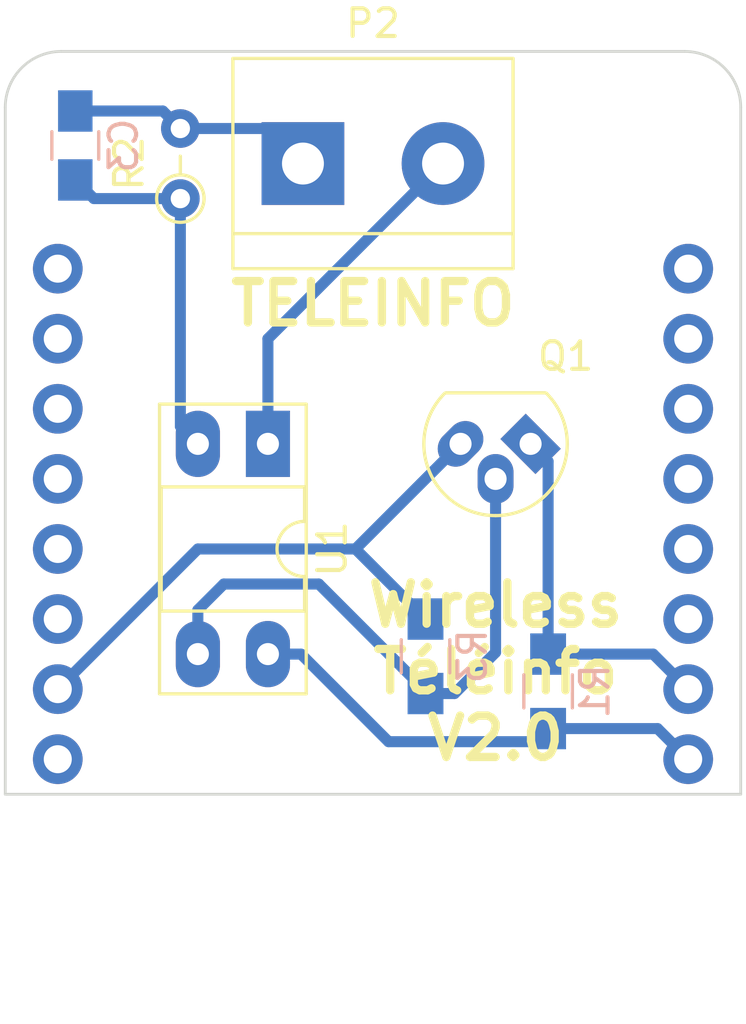
<source format=kicad_pcb>
(kicad_pcb (version 20171130) (host pcbnew "(5.0.0)")

  (general
    (thickness 1.6)
    (drawings 12)
    (tracks 32)
    (zones 0)
    (modules 8)
    (nets 8)
  )

  (page A4)
  (layers
    (0 F.Cu signal)
    (31 B.Cu signal)
    (32 B.Adhes user)
    (33 F.Adhes user)
    (34 B.Paste user)
    (35 F.Paste user)
    (36 B.SilkS user)
    (37 F.SilkS user)
    (38 B.Mask user)
    (39 F.Mask user)
    (40 Dwgs.User user)
    (41 Cmts.User user)
    (42 Eco1.User user)
    (43 Eco2.User user)
    (44 Edge.Cuts user)
    (45 Margin user)
    (46 B.CrtYd user hide)
    (47 F.CrtYd user hide)
    (48 B.Fab user)
    (49 F.Fab user hide)
  )

  (setup
    (last_trace_width 0.4)
    (trace_clearance 0.2)
    (zone_clearance 0.508)
    (zone_45_only no)
    (trace_min 0.2)
    (segment_width 0.2)
    (edge_width 0.1)
    (via_size 0.7)
    (via_drill 0.4)
    (via_min_size 0.4)
    (via_min_drill 0.3)
    (uvia_size 0.762)
    (uvia_drill 0.508)
    (uvias_allowed no)
    (uvia_min_size 0.2)
    (uvia_min_drill 0.1)
    (pcb_text_width 0.3)
    (pcb_text_size 1.5 1.5)
    (mod_edge_width 0.15)
    (mod_text_size 1 1)
    (mod_text_width 0.15)
    (pad_size 1.5 1.5)
    (pad_drill 0.6)
    (pad_to_mask_clearance 0)
    (aux_axis_origin 0 0)
    (visible_elements 7FFFFFFF)
    (pcbplotparams
      (layerselection 0x010fc_ffffffff)
      (usegerberextensions false)
      (usegerberattributes false)
      (usegerberadvancedattributes false)
      (creategerberjobfile false)
      (excludeedgelayer true)
      (linewidth 0.100000)
      (plotframeref false)
      (viasonmask false)
      (mode 1)
      (useauxorigin false)
      (hpglpennumber 1)
      (hpglpenspeed 20)
      (hpglpendiameter 15.000000)
      (psnegative false)
      (psa4output false)
      (plotreference true)
      (plotvalue true)
      (plotinvisibletext false)
      (padsonsilk false)
      (subtractmaskfromsilk false)
      (outputformat 1)
      (mirror false)
      (drillshape 1)
      (scaleselection 1)
      (outputdirectory ""))
  )

  (net 0 "")
  (net 1 "Net-(C3-Pad2)")
  (net 2 "Net-(C3-Pad1)")
  (net 3 "Net-(P2-Pad2)")
  (net 4 GND)
  (net 5 "Net-(Q1-Pad1)")
  (net 6 "Net-(Q1-Pad2)")
  (net 7 VCC)

  (net_class Default "This is the default net class."
    (clearance 0.2)
    (trace_width 0.4)
    (via_dia 0.7)
    (via_drill 0.4)
    (uvia_dia 0.762)
    (uvia_drill 0.508)
    (add_net GND)
    (add_net "Net-(C3-Pad1)")
    (add_net "Net-(C3-Pad2)")
    (add_net "Net-(P2-Pad2)")
    (add_net "Net-(Q1-Pad1)")
    (add_net "Net-(Q1-Pad2)")
    (add_net VCC)
  )

  (module Capacitors_SMD:C_0805_HandSoldering (layer B.Cu) (tedit 58AA84A8) (tstamp 5C04445B)
    (at 25.4 27.285 90)
    (descr "Capacitor SMD 0805, hand soldering")
    (tags "capacitor 0805")
    (path /57F2D32D)
    (attr smd)
    (fp_text reference C3 (at 0 1.75 90) (layer B.SilkS)
      (effects (font (size 1 1) (thickness 0.15)) (justify mirror))
    )
    (fp_text value 3.3nF (at 0 -1.75 90) (layer B.Fab)
      (effects (font (size 1 1) (thickness 0.15)) (justify mirror))
    )
    (fp_line (start 2.25 -0.87) (end -2.25 -0.87) (layer B.CrtYd) (width 0.05))
    (fp_line (start 2.25 -0.87) (end 2.25 0.88) (layer B.CrtYd) (width 0.05))
    (fp_line (start -2.25 0.88) (end -2.25 -0.87) (layer B.CrtYd) (width 0.05))
    (fp_line (start -2.25 0.88) (end 2.25 0.88) (layer B.CrtYd) (width 0.05))
    (fp_line (start -0.5 -0.85) (end 0.5 -0.85) (layer B.SilkS) (width 0.12))
    (fp_line (start 0.5 0.85) (end -0.5 0.85) (layer B.SilkS) (width 0.12))
    (fp_line (start -1 0.62) (end 1 0.62) (layer B.Fab) (width 0.1))
    (fp_line (start 1 0.62) (end 1 -0.62) (layer B.Fab) (width 0.1))
    (fp_line (start 1 -0.62) (end -1 -0.62) (layer B.Fab) (width 0.1))
    (fp_line (start -1 -0.62) (end -1 0.62) (layer B.Fab) (width 0.1))
    (fp_text user %R (at 0 1.75 90) (layer B.Fab)
      (effects (font (size 1 1) (thickness 0.15)) (justify mirror))
    )
    (pad 2 smd rect (at 1.25 0 90) (size 1.5 1.25) (layers B.Cu B.Paste B.Mask)
      (net 1 "Net-(C3-Pad2)"))
    (pad 1 smd rect (at -1.25 0 90) (size 1.5 1.25) (layers B.Cu B.Paste B.Mask)
      (net 2 "Net-(C3-Pad1)"))
    (model Capacitors_SMD.3dshapes/C_0805.wrl
      (at (xyz 0 0 0))
      (scale (xyz 1 1 1))
      (rotate (xyz 0 0 0))
    )
  )

  (module Terminal_Blocks:TerminalBlock_bornier-2_P5.08mm (layer F.Cu) (tedit 59FF03AB) (tstamp 5C044470)
    (at 33.655 27.94)
    (descr "simple 2-pin terminal block, pitch 5.08mm, revamped version of bornier2")
    (tags "terminal block bornier2")
    (path /57F2D328)
    (fp_text reference P2 (at 2.54 -5.08) (layer F.SilkS)
      (effects (font (size 1 1) (thickness 0.15)))
    )
    (fp_text value TeleInfo (at 2.54 5.08) (layer F.Fab)
      (effects (font (size 1 1) (thickness 0.15)))
    )
    (fp_line (start 7.79 4) (end -2.71 4) (layer F.CrtYd) (width 0.05))
    (fp_line (start 7.79 4) (end 7.79 -4) (layer F.CrtYd) (width 0.05))
    (fp_line (start -2.71 -4) (end -2.71 4) (layer F.CrtYd) (width 0.05))
    (fp_line (start -2.71 -4) (end 7.79 -4) (layer F.CrtYd) (width 0.05))
    (fp_line (start -2.54 3.81) (end 7.62 3.81) (layer F.SilkS) (width 0.12))
    (fp_line (start -2.54 -3.81) (end -2.54 3.81) (layer F.SilkS) (width 0.12))
    (fp_line (start 7.62 -3.81) (end -2.54 -3.81) (layer F.SilkS) (width 0.12))
    (fp_line (start 7.62 3.81) (end 7.62 -3.81) (layer F.SilkS) (width 0.12))
    (fp_line (start 7.62 2.54) (end -2.54 2.54) (layer F.SilkS) (width 0.12))
    (fp_line (start 7.54 -3.75) (end -2.46 -3.75) (layer F.Fab) (width 0.1))
    (fp_line (start 7.54 3.75) (end 7.54 -3.75) (layer F.Fab) (width 0.1))
    (fp_line (start -2.46 3.75) (end 7.54 3.75) (layer F.Fab) (width 0.1))
    (fp_line (start -2.46 -3.75) (end -2.46 3.75) (layer F.Fab) (width 0.1))
    (fp_line (start -2.41 2.55) (end 7.49 2.55) (layer F.Fab) (width 0.1))
    (fp_text user %R (at 2.54 0) (layer F.Fab)
      (effects (font (size 1 1) (thickness 0.15)))
    )
    (pad 2 thru_hole circle (at 5.08 0) (size 3 3) (drill 1.52) (layers *.Cu *.Mask)
      (net 3 "Net-(P2-Pad2)"))
    (pad 1 thru_hole rect (at 0 0) (size 3 3) (drill 1.52) (layers *.Cu *.Mask)
      (net 1 "Net-(C3-Pad2)"))
    (model ${KISYS3DMOD}/Terminal_Blocks.3dshapes/TerminalBlock_bornier-2_P5.08mm.wrl
      (offset (xyz 2.539999961853027 0 0))
      (scale (xyz 1 1 1))
      (rotate (xyz 0 0 0))
    )
  )

  (module TO_SOT_Packages_THT:TO-92_Molded_Narrow_Oval (layer F.Cu) (tedit 58CE52AF) (tstamp 5C044482)
    (at 41.91 38.1 180)
    (descr "TO-92 leads molded, narrow, oval pads, drill 0.8mm (see NXP sot054_po.pdf)")
    (tags "to-92 sc-43 sc-43a sot54 PA33 transistor")
    (path /57F2D32A)
    (fp_text reference Q1 (at -1.27 3.175 180) (layer F.SilkS)
      (effects (font (size 1 1) (thickness 0.15)))
    )
    (fp_text value BS170 (at 0 3) (layer F.Fab)
      (effects (font (size 1 1) (thickness 0.15)))
    )
    (fp_arc (start 1.27 0) (end 1.27 -2.6) (angle 135) (layer F.SilkS) (width 0.12))
    (fp_arc (start 1.27 0) (end 1.27 -2.48) (angle -135) (layer F.Fab) (width 0.1))
    (fp_arc (start 1.27 0) (end 1.27 -2.6) (angle -135) (layer F.SilkS) (width 0.12))
    (fp_arc (start 1.27 0) (end 1.27 -2.48) (angle 135) (layer F.Fab) (width 0.1))
    (fp_line (start 4 2.01) (end -1.46 2.01) (layer F.CrtYd) (width 0.05))
    (fp_line (start 4 2.01) (end 4 -2.73) (layer F.CrtYd) (width 0.05))
    (fp_line (start -1.46 -2.73) (end -1.46 2.01) (layer F.CrtYd) (width 0.05))
    (fp_line (start -1.46 -2.73) (end 4 -2.73) (layer F.CrtYd) (width 0.05))
    (fp_line (start -0.5 1.75) (end 3 1.75) (layer F.Fab) (width 0.1))
    (fp_line (start -0.53 1.85) (end 3.07 1.85) (layer F.SilkS) (width 0.12))
    (fp_text user %R (at 0 -4 180) (layer F.Fab)
      (effects (font (size 1 1) (thickness 0.15)))
    )
    (pad 3 thru_hole oval (at 2.54 0 225) (size 1.8 1.3) (drill 0.8) (layers *.Cu *.Mask)
      (net 4 GND))
    (pad 1 thru_hole rect (at 0 0 225) (size 1.3 1.8) (drill 0.8) (layers *.Cu *.Mask)
      (net 5 "Net-(Q1-Pad1)"))
    (pad 2 thru_hole oval (at 1.27 -1.27 270) (size 1.8 1.3) (drill 0.8) (layers *.Cu *.Mask)
      (net 6 "Net-(Q1-Pad2)"))
    (model ${KISYS3DMOD}/TO_SOT_Packages_THT.3dshapes/TO-92_Molded_Narrow_Oval.wrl
      (offset (xyz 1.269999980926514 0 0))
      (scale (xyz 1 1 1))
      (rotate (xyz 0 0 -90))
    )
  )

  (module Resistors_SMD:R_0805_HandSoldering (layer B.Cu) (tedit 58E0A804) (tstamp 5C044D38)
    (at 42.545 47.07 90)
    (descr "Resistor SMD 0805, hand soldering")
    (tags "resistor 0805")
    (path /57F2D331)
    (attr smd)
    (fp_text reference R1 (at 0 1.7 90) (layer B.SilkS)
      (effects (font (size 1 1) (thickness 0.15)) (justify mirror))
    )
    (fp_text value 10K (at 0 -1.75 90) (layer B.Fab)
      (effects (font (size 1 1) (thickness 0.15)) (justify mirror))
    )
    (fp_text user %R (at 0 0 90) (layer B.Fab)
      (effects (font (size 0.5 0.5) (thickness 0.075)) (justify mirror))
    )
    (fp_line (start -1 -0.62) (end -1 0.62) (layer B.Fab) (width 0.1))
    (fp_line (start 1 -0.62) (end -1 -0.62) (layer B.Fab) (width 0.1))
    (fp_line (start 1 0.62) (end 1 -0.62) (layer B.Fab) (width 0.1))
    (fp_line (start -1 0.62) (end 1 0.62) (layer B.Fab) (width 0.1))
    (fp_line (start 0.6 -0.88) (end -0.6 -0.88) (layer B.SilkS) (width 0.12))
    (fp_line (start -0.6 0.88) (end 0.6 0.88) (layer B.SilkS) (width 0.12))
    (fp_line (start -2.35 0.9) (end 2.35 0.9) (layer B.CrtYd) (width 0.05))
    (fp_line (start -2.35 0.9) (end -2.35 -0.9) (layer B.CrtYd) (width 0.05))
    (fp_line (start 2.35 -0.9) (end 2.35 0.9) (layer B.CrtYd) (width 0.05))
    (fp_line (start 2.35 -0.9) (end -2.35 -0.9) (layer B.CrtYd) (width 0.05))
    (pad 1 smd rect (at -1.35 0 90) (size 1.5 1.3) (layers B.Cu B.Paste B.Mask)
      (net 7 VCC))
    (pad 2 smd rect (at 1.35 0 90) (size 1.5 1.3) (layers B.Cu B.Paste B.Mask)
      (net 5 "Net-(Q1-Pad1)"))
    (model ${KISYS3DMOD}/Resistors_SMD.3dshapes/R_0805.wrl
      (at (xyz 0 0 0))
      (scale (xyz 1 1 1))
      (rotate (xyz 0 0 0))
    )
  )

  (module Resistors_ThroughHole:R_Axial_DIN0204_L3.6mm_D1.6mm_P2.54mm_Vertical (layer F.Cu) (tedit 5874F706) (tstamp 5C0444A1)
    (at 29.21 29.21 90)
    (descr "Resistor, Axial_DIN0204 series, Axial, Vertical, pin pitch=2.54mm, 0.16666666666666666W = 1/6W, length*diameter=3.6*1.6mm^2, http://cdn-reichelt.de/documents/datenblatt/B400/1_4W%23YAG.pdf")
    (tags "Resistor Axial_DIN0204 series Axial Vertical pin pitch 2.54mm 0.16666666666666666W = 1/6W length 3.6mm diameter 1.6mm")
    (path /57F2D32C)
    (fp_text reference R2 (at 1.27 -1.86 90) (layer F.SilkS)
      (effects (font (size 1 1) (thickness 0.15)))
    )
    (fp_text value 4.7K (at 1.27 1.86 90) (layer F.Fab)
      (effects (font (size 1 1) (thickness 0.15)))
    )
    (fp_line (start 3.55 -1.15) (end -1.15 -1.15) (layer F.CrtYd) (width 0.05))
    (fp_line (start 3.55 1.15) (end 3.55 -1.15) (layer F.CrtYd) (width 0.05))
    (fp_line (start -1.15 1.15) (end 3.55 1.15) (layer F.CrtYd) (width 0.05))
    (fp_line (start -1.15 -1.15) (end -1.15 1.15) (layer F.CrtYd) (width 0.05))
    (fp_line (start 0.86 0) (end 1.54 0) (layer F.SilkS) (width 0.12))
    (fp_line (start 0 0) (end 2.54 0) (layer F.Fab) (width 0.1))
    (fp_circle (center 0 0) (end 0.86 0) (layer F.SilkS) (width 0.12))
    (fp_circle (center 0 0) (end 0.8 0) (layer F.Fab) (width 0.1))
    (pad 2 thru_hole oval (at 2.54 0 90) (size 1.4 1.4) (drill 0.7) (layers *.Cu *.Mask)
      (net 1 "Net-(C3-Pad2)"))
    (pad 1 thru_hole circle (at 0 0 90) (size 1.4 1.4) (drill 0.7) (layers *.Cu *.Mask)
      (net 2 "Net-(C3-Pad1)"))
    (model ${KISYS3DMOD}/Resistors_THT.3dshapes/R_Axial_DIN0204_L3.6mm_D1.6mm_P2.54mm_Vertical.wrl
      (at (xyz 0 0 0))
      (scale (xyz 0.393701 0.393701 0.393701))
      (rotate (xyz 0 0 0))
    )
  )

  (module Resistors_SMD:R_0805_HandSoldering (layer B.Cu) (tedit 58E0A804) (tstamp 5C0444B2)
    (at 38.1 45.8 90)
    (descr "Resistor SMD 0805, hand soldering")
    (tags "resistor 0805")
    (path /57F2D32F)
    (attr smd)
    (fp_text reference R3 (at 0 1.7 90) (layer B.SilkS)
      (effects (font (size 1 1) (thickness 0.15)) (justify mirror))
    )
    (fp_text value 10K (at 0 -1.75 90) (layer B.Fab)
      (effects (font (size 1 1) (thickness 0.15)) (justify mirror))
    )
    (fp_line (start 2.35 -0.9) (end -2.35 -0.9) (layer B.CrtYd) (width 0.05))
    (fp_line (start 2.35 -0.9) (end 2.35 0.9) (layer B.CrtYd) (width 0.05))
    (fp_line (start -2.35 0.9) (end -2.35 -0.9) (layer B.CrtYd) (width 0.05))
    (fp_line (start -2.35 0.9) (end 2.35 0.9) (layer B.CrtYd) (width 0.05))
    (fp_line (start -0.6 0.88) (end 0.6 0.88) (layer B.SilkS) (width 0.12))
    (fp_line (start 0.6 -0.88) (end -0.6 -0.88) (layer B.SilkS) (width 0.12))
    (fp_line (start -1 0.62) (end 1 0.62) (layer B.Fab) (width 0.1))
    (fp_line (start 1 0.62) (end 1 -0.62) (layer B.Fab) (width 0.1))
    (fp_line (start 1 -0.62) (end -1 -0.62) (layer B.Fab) (width 0.1))
    (fp_line (start -1 -0.62) (end -1 0.62) (layer B.Fab) (width 0.1))
    (fp_text user %R (at 0 0 90) (layer B.Fab)
      (effects (font (size 0.5 0.5) (thickness 0.075)) (justify mirror))
    )
    (pad 2 smd rect (at 1.35 0 90) (size 1.5 1.3) (layers B.Cu B.Paste B.Mask)
      (net 4 GND))
    (pad 1 smd rect (at -1.35 0 90) (size 1.5 1.3) (layers B.Cu B.Paste B.Mask)
      (net 6 "Net-(Q1-Pad2)"))
    (model ${KISYS3DMOD}/Resistors_SMD.3dshapes/R_0805.wrl
      (at (xyz 0 0 0))
      (scale (xyz 1 1 1))
      (rotate (xyz 0 0 0))
    )
  )

  (module Housings_DIP:DIP-4_W7.62mm_Socket_LongPads (layer F.Cu) (tedit 59C78D6B) (tstamp 5C044935)
    (at 32.385 38.1 270)
    (descr "4-lead though-hole mounted DIP package, row spacing 7.62 mm (300 mils), Socket, LongPads")
    (tags "THT DIP DIL PDIP 2.54mm 7.62mm 300mil Socket LongPads")
    (path /57F2D32B)
    (fp_text reference U1 (at 3.81 -2.33 270) (layer F.SilkS)
      (effects (font (size 1 1) (thickness 0.15)))
    )
    (fp_text value LTV-814 (at 3.81 4.87 270) (layer F.Fab)
      (effects (font (size 1 1) (thickness 0.15)))
    )
    (fp_text user %R (at 3.81 1.27 270) (layer F.Fab)
      (effects (font (size 1 1) (thickness 0.15)))
    )
    (fp_line (start 9.15 -1.6) (end -1.55 -1.6) (layer F.CrtYd) (width 0.05))
    (fp_line (start 9.15 4.15) (end 9.15 -1.6) (layer F.CrtYd) (width 0.05))
    (fp_line (start -1.55 4.15) (end 9.15 4.15) (layer F.CrtYd) (width 0.05))
    (fp_line (start -1.55 -1.6) (end -1.55 4.15) (layer F.CrtYd) (width 0.05))
    (fp_line (start 9.06 -1.39) (end -1.44 -1.39) (layer F.SilkS) (width 0.12))
    (fp_line (start 9.06 3.93) (end 9.06 -1.39) (layer F.SilkS) (width 0.12))
    (fp_line (start -1.44 3.93) (end 9.06 3.93) (layer F.SilkS) (width 0.12))
    (fp_line (start -1.44 -1.39) (end -1.44 3.93) (layer F.SilkS) (width 0.12))
    (fp_line (start 6.06 -1.33) (end 4.81 -1.33) (layer F.SilkS) (width 0.12))
    (fp_line (start 6.06 3.87) (end 6.06 -1.33) (layer F.SilkS) (width 0.12))
    (fp_line (start 1.56 3.87) (end 6.06 3.87) (layer F.SilkS) (width 0.12))
    (fp_line (start 1.56 -1.33) (end 1.56 3.87) (layer F.SilkS) (width 0.12))
    (fp_line (start 2.81 -1.33) (end 1.56 -1.33) (layer F.SilkS) (width 0.12))
    (fp_line (start 8.89 -1.33) (end -1.27 -1.33) (layer F.Fab) (width 0.1))
    (fp_line (start 8.89 3.87) (end 8.89 -1.33) (layer F.Fab) (width 0.1))
    (fp_line (start -1.27 3.87) (end 8.89 3.87) (layer F.Fab) (width 0.1))
    (fp_line (start -1.27 -1.33) (end -1.27 3.87) (layer F.Fab) (width 0.1))
    (fp_line (start 0.635 -0.27) (end 1.635 -1.27) (layer F.Fab) (width 0.1))
    (fp_line (start 0.635 3.81) (end 0.635 -0.27) (layer F.Fab) (width 0.1))
    (fp_line (start 6.985 3.81) (end 0.635 3.81) (layer F.Fab) (width 0.1))
    (fp_line (start 6.985 -1.27) (end 6.985 3.81) (layer F.Fab) (width 0.1))
    (fp_line (start 1.635 -1.27) (end 6.985 -1.27) (layer F.Fab) (width 0.1))
    (fp_arc (start 3.81 -1.33) (end 2.81 -1.33) (angle -180) (layer F.SilkS) (width 0.12))
    (pad 4 thru_hole oval (at 7.62 0 270) (size 2.4 1.6) (drill 0.8) (layers *.Cu *.Mask)
      (net 7 VCC))
    (pad 2 thru_hole oval (at 0 2.54 270) (size 2.4 1.6) (drill 0.8) (layers *.Cu *.Mask)
      (net 2 "Net-(C3-Pad1)"))
    (pad 3 thru_hole oval (at 7.62 2.54 270) (size 2.4 1.6) (drill 0.8) (layers *.Cu *.Mask)
      (net 6 "Net-(Q1-Pad2)"))
    (pad 1 thru_hole rect (at 0 0 270) (size 2.4 1.6) (drill 0.8) (layers *.Cu *.Mask)
      (net 3 "Net-(P2-Pad2)"))
    (model ${KISYS3DMOD}/Housings_DIP.3dshapes/DIP-4_W7.62mm_Socket.wrl
      (at (xyz 0 0 0))
      (scale (xyz 1 1 1))
      (rotate (xyz 0 0 0))
    )
  )

  (module wemos_d1_mini:wemos-d1-mini-DIL-only (layer B.Cu) (tedit 5C043B91) (tstamp 5C0444EF)
    (at 36.195 40.64 90)
    (path /5C04041C)
    (fp_text reference U2 (at -11.43 0) (layer B.SilkS) hide
      (effects (font (size 1 1) (thickness 0.15)) (justify mirror))
    )
    (fp_text value WeMos_mini (at -5.715 -14.605 90) (layer B.Fab) hide
      (effects (font (size 1 1) (thickness 0.15)) (justify mirror))
    )
    (fp_line (start -11.48 13.5) (end 14.85 13.5) (layer B.CrtYd) (width 0.05))
    (fp_line (start 16.94 11.5) (end 16.94 -11.5) (layer B.CrtYd) (width 0.05))
    (fp_line (start 14.94 -13.5) (end -18.46 -13.5) (layer B.CrtYd) (width 0.05))
    (fp_line (start -18.46 -13.5) (end -18.46 11.33) (layer B.CrtYd) (width 0.05))
    (fp_arc (start 14.94 -11.5) (end 16.94 -11.5) (angle -90) (layer B.CrtYd) (width 0.05))
    (fp_arc (start 14.94 11.5) (end 14.85 13.5) (angle -92.57657183) (layer B.CrtYd) (width 0.05))
    (fp_line (start -11.48 13.5) (end -11.48 12.33) (layer B.CrtYd) (width 0.05))
    (fp_line (start -18.46 11.33) (end -12.48 11.33) (layer B.CrtYd) (width 0.05))
    (fp_arc (start -12.48 12.33) (end -11.48 12.33) (angle -90) (layer B.CrtYd) (width 0.05))
    (pad 16 thru_hole circle (at -8.89 11.43 90) (size 1.8 1.8) (drill 1.016) (layers *.Cu *.Mask)
      (net 7 VCC))
    (pad 1 thru_hole circle (at -8.89 -11.43 90) (size 1.8 1.8) (drill 1.016) (layers *.Cu *.Mask))
    (pad 15 thru_hole circle (at -6.35 11.43 90) (size 1.8 1.8) (drill 1.016) (layers *.Cu *.Mask)
      (net 5 "Net-(Q1-Pad1)"))
    (pad 2 thru_hole circle (at -6.35 -11.43 90) (size 1.8 1.8) (drill 1.016) (layers *.Cu *.Mask)
      (net 4 GND))
    (pad 14 thru_hole circle (at -3.81 11.43 90) (size 1.8 1.8) (drill 1.016) (layers *.Cu *.Mask))
    (pad 3 thru_hole circle (at -3.81 -11.43 90) (size 1.8 1.8) (drill 1.016) (layers *.Cu *.Mask))
    (pad 13 thru_hole circle (at -1.27 11.43 90) (size 1.8 1.8) (drill 1.016) (layers *.Cu *.Mask))
    (pad 4 thru_hole circle (at -1.27 -11.43 90) (size 1.8 1.8) (drill 1.016) (layers *.Cu *.Mask))
    (pad 12 thru_hole circle (at 1.27 11.43 90) (size 1.8 1.8) (drill 1.016) (layers *.Cu *.Mask))
    (pad 5 thru_hole circle (at 1.27 -11.43 90) (size 1.8 1.8) (drill 1.016) (layers *.Cu *.Mask))
    (pad 11 thru_hole circle (at 3.81 11.43 90) (size 1.8 1.8) (drill 1.016) (layers *.Cu *.Mask))
    (pad 6 thru_hole circle (at 3.81 -11.43 90) (size 1.8 1.8) (drill 1.016) (layers *.Cu *.Mask))
    (pad 10 thru_hole circle (at 6.35 11.43 90) (size 1.8 1.8) (drill 1.016) (layers *.Cu *.Mask))
    (pad 7 thru_hole circle (at 6.35 -11.43 90) (size 1.8 1.8) (drill 1.016) (layers *.Cu *.Mask))
    (pad 9 thru_hole circle (at 8.89 11.43 90) (size 1.8 1.8) (drill 1.016) (layers *.Cu *.Mask))
    (pad 8 thru_hole circle (at 8.89 -11.43 90) (size 1.8 1.8) (drill 1.016) (layers *.Cu *.Mask))
    (model ${KIPRJMOD}/3dshapes/wemos_d1_mini.3dshapes/SLW-108-01-G-S.wrl
      (offset (xyz 0 -11.39999982878918 0))
      (scale (xyz 0.3937 0.3937 0.3937))
      (rotate (xyz -90 0 0))
    )
    (model ${KIPRJMOD}/3dshapes/wemos_d1_mini.3dshapes/SLW-108-01-G-S.wrl
      (offset (xyz 0 11.39999982878918 0))
      (scale (xyz 0.3937 0.3937 0.3937))
      (rotate (xyz -90 0 0))
    )
    (model ${KIPRJMOD}/3dshapes/wemos_d1_mini.3dshapes/TSW-108-05-G-S.wrl
      (offset (xyz 0 -11.39999982878918 7.299999890364999))
      (scale (xyz 0.3937 0.3937 0.3937))
      (rotate (xyz 90 0 0))
    )
    (model ${KIPRJMOD}/3dshapes/wemos_d1_mini.3dshapes/TSW-108-05-G-S.wrl
      (offset (xyz 0 11.39999982878918 7.299999890364999))
      (scale (xyz 0.3937 0.3937 0.3937))
      (rotate (xyz 90 0 0))
    )
  )

  (gr_text "Wireless\nTéléinfo\nV2.0" (at 40.64 46.355) (layer F.SilkS)
    (effects (font (size 1.5 1.5) (thickness 0.3)))
  )
  (gr_text TELEINFO (at 36.195 33.02) (layer F.SilkS)
    (effects (font (size 1.5 1.5) (thickness 0.3)))
  )
  (gr_text 9 (at 45.72 32.258) (layer F.Fab)
    (effects (font (size 1.5 1.5) (thickness 0.3)))
  )
  (gr_circle (center 47.625 31.75) (end 47.117 32.512) (layer F.Fab) (width 0.2))
  (gr_text 1 (at 26.67 49.403) (layer F.Fab)
    (effects (font (size 1.5 1.5) (thickness 0.3)))
  )
  (gr_circle (center 24.765 49.53) (end 25.527 50.038) (layer F.Fab) (width 0.2))
  (gr_line (start 22.86 25.908) (end 22.86 50.8) (layer Edge.Cuts) (width 0.1) (tstamp 5C044CE5))
  (gr_arc (start 24.892 25.908) (end 24.892 23.876) (angle -90) (layer Edge.Cuts) (width 0.1))
  (gr_line (start 47.498 23.876) (end 24.892 23.876) (layer Edge.Cuts) (width 0.1))
  (gr_arc (start 47.498 25.908) (end 49.53 25.908) (angle -90) (layer Edge.Cuts) (width 0.1))
  (gr_line (start 49.53 50.8) (end 49.53 25.908) (layer Edge.Cuts) (width 0.1))
  (gr_line (start 22.86 50.8) (end 49.53 50.8) (layer Edge.Cuts) (width 0.1))

  (segment (start 28.575 26.035) (end 29.21 26.67) (width 0.4) (layer B.Cu) (net 1))
  (segment (start 25.4 26.035) (end 28.575 26.035) (width 0.4) (layer B.Cu) (net 1))
  (segment (start 32.385 26.67) (end 33.655 27.94) (width 0.4) (layer B.Cu) (net 1))
  (segment (start 29.21 26.67) (end 32.385 26.67) (width 0.4) (layer B.Cu) (net 1))
  (segment (start 26.075 29.21) (end 25.4 28.535) (width 0.4) (layer B.Cu) (net 2))
  (segment (start 29.21 29.21) (end 26.075 29.21) (width 0.4) (layer B.Cu) (net 2))
  (segment (start 29.21 37.465) (end 29.845 38.1) (width 0.4) (layer B.Cu) (net 2))
  (segment (start 29.21 29.21) (end 29.21 37.465) (width 0.4) (layer B.Cu) (net 2))
  (segment (start 32.385 34.29) (end 38.735 27.94) (width 0.4) (layer B.Cu) (net 3))
  (segment (start 32.385 38.1) (end 32.385 34.29) (width 0.4) (layer B.Cu) (net 3))
  (segment (start 24.765 46.99) (end 29.845 41.91) (width 0.4) (layer B.Cu) (net 4))
  (segment (start 35.56 41.91) (end 39.37 38.1) (width 0.4) (layer B.Cu) (net 4))
  (segment (start 29.845 41.91) (end 35.56 41.91) (width 0.4) (layer B.Cu) (net 4))
  (segment (start 35.56 41.91) (end 38.1 44.45) (width 0.4) (layer B.Cu) (net 4))
  (segment (start 42.545 38.735) (end 41.91 38.1) (width 0.4) (layer B.Cu) (net 5))
  (segment (start 42.545 45.72) (end 42.545 38.735) (width 0.4) (layer B.Cu) (net 5))
  (segment (start 46.355 45.72) (end 47.625 46.99) (width 0.4) (layer B.Cu) (net 5))
  (segment (start 42.545 45.72) (end 46.355 45.72) (width 0.4) (layer B.Cu) (net 5))
  (segment (start 38.1 47.05) (end 38.1 47.15) (width 0.4) (layer B.Cu) (net 6))
  (segment (start 34.23 43.18) (end 38.1 47.05) (width 0.4) (layer B.Cu) (net 6))
  (segment (start 30.785 43.18) (end 34.23 43.18) (width 0.4) (layer B.Cu) (net 6))
  (segment (start 29.845 44.12) (end 30.785 43.18) (width 0.4) (layer B.Cu) (net 6))
  (segment (start 29.845 45.72) (end 29.845 44.12) (width 0.4) (layer B.Cu) (net 6))
  (segment (start 39.15 47.15) (end 38.1 47.15) (width 0.4) (layer B.Cu) (net 6))
  (segment (start 40.64 45.66) (end 39.15 47.15) (width 0.4) (layer B.Cu) (net 6))
  (segment (start 40.64 39.37) (end 40.64 45.66) (width 0.4) (layer B.Cu) (net 6))
  (segment (start 42.07 48.895) (end 42.545 48.42) (width 0.4) (layer B.Cu) (net 7))
  (segment (start 36.76 48.895) (end 42.07 48.895) (width 0.4) (layer B.Cu) (net 7))
  (segment (start 32.385 45.72) (end 33.585 45.72) (width 0.4) (layer B.Cu) (net 7))
  (segment (start 33.585 45.72) (end 36.76 48.895) (width 0.4) (layer B.Cu) (net 7))
  (segment (start 46.515 48.42) (end 47.625 49.53) (width 0.4) (layer B.Cu) (net 7))
  (segment (start 42.545 48.42) (end 46.515 48.42) (width 0.4) (layer B.Cu) (net 7))

)

</source>
